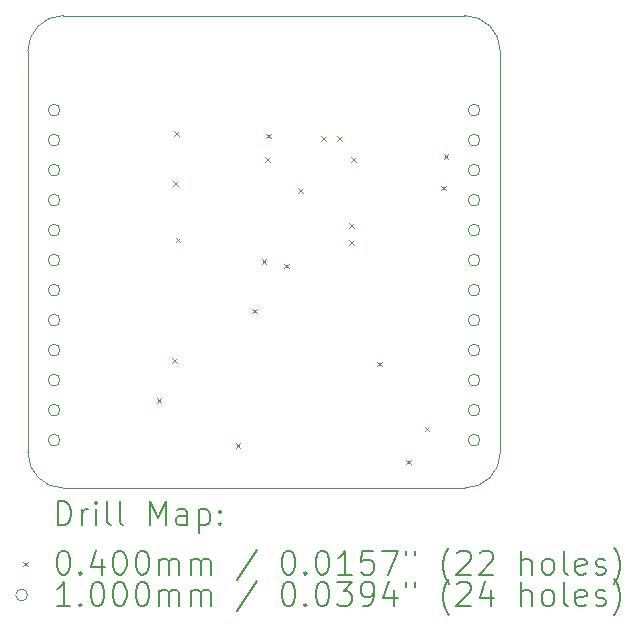
<source format=gbr>
%FSLAX45Y45*%
G04 Gerber Fmt 4.5, Leading zero omitted, Abs format (unit mm)*
G04 Created by KiCad (PCBNEW (6.0.0-0)) date 2022-08-17 21:28:45*
%MOMM*%
%LPD*%
G01*
G04 APERTURE LIST*
%TA.AperFunction,Profile*%
%ADD10C,0.050000*%
%TD*%
%ADD11C,0.200000*%
%ADD12C,0.040000*%
%ADD13C,0.100000*%
G04 APERTURE END LIST*
D10*
X17000000Y-6300000D02*
G75*
G03*
X16700000Y-6000000I-300000J0D01*
G01*
X13000000Y-9700000D02*
X13000000Y-6300000D01*
X13300000Y-6000000D02*
G75*
G03*
X13000000Y-6300000I0J-300000D01*
G01*
X16700000Y-10000000D02*
X13300000Y-10000000D01*
X17000000Y-6300000D02*
X17000000Y-9700000D01*
X13300000Y-6000000D02*
X16700000Y-6000000D01*
X16700000Y-10000000D02*
G75*
G03*
X17000000Y-9700000I0J300000D01*
G01*
X13000000Y-9700000D02*
G75*
G03*
X13300000Y-10000000I300000J0D01*
G01*
D11*
D12*
X14090000Y-9240000D02*
X14130000Y-9280000D01*
X14130000Y-9240000D02*
X14090000Y-9280000D01*
X14220000Y-8900000D02*
X14260000Y-8940000D01*
X14260000Y-8900000D02*
X14220000Y-8940000D01*
X14230000Y-7400000D02*
X14270000Y-7440000D01*
X14270000Y-7400000D02*
X14230000Y-7440000D01*
X14240000Y-6980000D02*
X14280000Y-7020000D01*
X14280000Y-6980000D02*
X14240000Y-7020000D01*
X14250000Y-7880000D02*
X14290000Y-7920000D01*
X14290000Y-7880000D02*
X14250000Y-7920000D01*
X14760000Y-9620000D02*
X14800000Y-9660000D01*
X14800000Y-9620000D02*
X14760000Y-9660000D01*
X14900000Y-8480000D02*
X14940000Y-8520000D01*
X14940000Y-8480000D02*
X14900000Y-8520000D01*
X14980000Y-8060000D02*
X15020000Y-8100000D01*
X15020000Y-8060000D02*
X14980000Y-8100000D01*
X15010000Y-7200000D02*
X15050000Y-7240000D01*
X15050000Y-7200000D02*
X15010000Y-7240000D01*
X15020000Y-7000000D02*
X15060000Y-7040000D01*
X15060000Y-7000000D02*
X15020000Y-7040000D01*
X15170000Y-8100000D02*
X15210000Y-8140000D01*
X15210000Y-8100000D02*
X15170000Y-8140000D01*
X15290000Y-7460000D02*
X15330000Y-7500000D01*
X15330000Y-7460000D02*
X15290000Y-7500000D01*
X15480000Y-7020000D02*
X15520000Y-7060000D01*
X15520000Y-7020000D02*
X15480000Y-7060000D01*
X15620000Y-7020000D02*
X15660000Y-7060000D01*
X15660000Y-7020000D02*
X15620000Y-7060000D01*
X15720000Y-7760000D02*
X15760000Y-7800000D01*
X15760000Y-7760000D02*
X15720000Y-7800000D01*
X15720000Y-7900000D02*
X15760000Y-7940000D01*
X15760000Y-7900000D02*
X15720000Y-7940000D01*
X15740000Y-7200000D02*
X15780000Y-7240000D01*
X15780000Y-7200000D02*
X15740000Y-7240000D01*
X15960000Y-8930000D02*
X16000000Y-8970000D01*
X16000000Y-8930000D02*
X15960000Y-8970000D01*
X16200000Y-9760000D02*
X16240000Y-9800000D01*
X16240000Y-9760000D02*
X16200000Y-9800000D01*
X16360000Y-9480000D02*
X16400000Y-9520000D01*
X16400000Y-9480000D02*
X16360000Y-9520000D01*
X16500000Y-7440000D02*
X16540000Y-7480000D01*
X16540000Y-7440000D02*
X16500000Y-7480000D01*
X16520000Y-7170000D02*
X16560000Y-7210000D01*
X16560000Y-7170000D02*
X16520000Y-7210000D01*
D13*
X13272000Y-6799600D02*
G75*
G03*
X13272000Y-6799600I-50000J0D01*
G01*
X13272000Y-7053600D02*
G75*
G03*
X13272000Y-7053600I-50000J0D01*
G01*
X13272000Y-7307600D02*
G75*
G03*
X13272000Y-7307600I-50000J0D01*
G01*
X13272000Y-7561600D02*
G75*
G03*
X13272000Y-7561600I-50000J0D01*
G01*
X13272000Y-7815600D02*
G75*
G03*
X13272000Y-7815600I-50000J0D01*
G01*
X13272000Y-8069600D02*
G75*
G03*
X13272000Y-8069600I-50000J0D01*
G01*
X13272000Y-8323600D02*
G75*
G03*
X13272000Y-8323600I-50000J0D01*
G01*
X13272000Y-8577600D02*
G75*
G03*
X13272000Y-8577600I-50000J0D01*
G01*
X13272000Y-8831600D02*
G75*
G03*
X13272000Y-8831600I-50000J0D01*
G01*
X13272000Y-9085600D02*
G75*
G03*
X13272000Y-9085600I-50000J0D01*
G01*
X13272000Y-9339600D02*
G75*
G03*
X13272000Y-9339600I-50000J0D01*
G01*
X13272000Y-9593600D02*
G75*
G03*
X13272000Y-9593600I-50000J0D01*
G01*
X16828000Y-6799600D02*
G75*
G03*
X16828000Y-6799600I-50000J0D01*
G01*
X16828000Y-7053600D02*
G75*
G03*
X16828000Y-7053600I-50000J0D01*
G01*
X16828000Y-7307600D02*
G75*
G03*
X16828000Y-7307600I-50000J0D01*
G01*
X16828000Y-7561600D02*
G75*
G03*
X16828000Y-7561600I-50000J0D01*
G01*
X16828000Y-7815600D02*
G75*
G03*
X16828000Y-7815600I-50000J0D01*
G01*
X16828000Y-8069600D02*
G75*
G03*
X16828000Y-8069600I-50000J0D01*
G01*
X16828000Y-8323600D02*
G75*
G03*
X16828000Y-8323600I-50000J0D01*
G01*
X16828000Y-8577600D02*
G75*
G03*
X16828000Y-8577600I-50000J0D01*
G01*
X16828000Y-8831600D02*
G75*
G03*
X16828000Y-8831600I-50000J0D01*
G01*
X16828000Y-9085600D02*
G75*
G03*
X16828000Y-9085600I-50000J0D01*
G01*
X16828000Y-9339600D02*
G75*
G03*
X16828000Y-9339600I-50000J0D01*
G01*
X16828000Y-9593600D02*
G75*
G03*
X16828000Y-9593600I-50000J0D01*
G01*
D11*
X13255119Y-10312976D02*
X13255119Y-10112976D01*
X13302738Y-10112976D01*
X13331309Y-10122500D01*
X13350357Y-10141548D01*
X13359881Y-10160595D01*
X13369405Y-10198690D01*
X13369405Y-10227262D01*
X13359881Y-10265357D01*
X13350357Y-10284405D01*
X13331309Y-10303452D01*
X13302738Y-10312976D01*
X13255119Y-10312976D01*
X13455119Y-10312976D02*
X13455119Y-10179643D01*
X13455119Y-10217738D02*
X13464643Y-10198690D01*
X13474167Y-10189167D01*
X13493214Y-10179643D01*
X13512262Y-10179643D01*
X13578928Y-10312976D02*
X13578928Y-10179643D01*
X13578928Y-10112976D02*
X13569405Y-10122500D01*
X13578928Y-10132024D01*
X13588452Y-10122500D01*
X13578928Y-10112976D01*
X13578928Y-10132024D01*
X13702738Y-10312976D02*
X13683690Y-10303452D01*
X13674167Y-10284405D01*
X13674167Y-10112976D01*
X13807500Y-10312976D02*
X13788452Y-10303452D01*
X13778928Y-10284405D01*
X13778928Y-10112976D01*
X14036071Y-10312976D02*
X14036071Y-10112976D01*
X14102738Y-10255833D01*
X14169405Y-10112976D01*
X14169405Y-10312976D01*
X14350357Y-10312976D02*
X14350357Y-10208214D01*
X14340833Y-10189167D01*
X14321786Y-10179643D01*
X14283690Y-10179643D01*
X14264643Y-10189167D01*
X14350357Y-10303452D02*
X14331309Y-10312976D01*
X14283690Y-10312976D01*
X14264643Y-10303452D01*
X14255119Y-10284405D01*
X14255119Y-10265357D01*
X14264643Y-10246310D01*
X14283690Y-10236786D01*
X14331309Y-10236786D01*
X14350357Y-10227262D01*
X14445595Y-10179643D02*
X14445595Y-10379643D01*
X14445595Y-10189167D02*
X14464643Y-10179643D01*
X14502738Y-10179643D01*
X14521786Y-10189167D01*
X14531309Y-10198690D01*
X14540833Y-10217738D01*
X14540833Y-10274881D01*
X14531309Y-10293929D01*
X14521786Y-10303452D01*
X14502738Y-10312976D01*
X14464643Y-10312976D01*
X14445595Y-10303452D01*
X14626548Y-10293929D02*
X14636071Y-10303452D01*
X14626548Y-10312976D01*
X14617024Y-10303452D01*
X14626548Y-10293929D01*
X14626548Y-10312976D01*
X14626548Y-10189167D02*
X14636071Y-10198690D01*
X14626548Y-10208214D01*
X14617024Y-10198690D01*
X14626548Y-10189167D01*
X14626548Y-10208214D01*
D12*
X12957500Y-10622500D02*
X12997500Y-10662500D01*
X12997500Y-10622500D02*
X12957500Y-10662500D01*
D11*
X13293214Y-10532976D02*
X13312262Y-10532976D01*
X13331309Y-10542500D01*
X13340833Y-10552024D01*
X13350357Y-10571071D01*
X13359881Y-10609167D01*
X13359881Y-10656786D01*
X13350357Y-10694881D01*
X13340833Y-10713929D01*
X13331309Y-10723452D01*
X13312262Y-10732976D01*
X13293214Y-10732976D01*
X13274167Y-10723452D01*
X13264643Y-10713929D01*
X13255119Y-10694881D01*
X13245595Y-10656786D01*
X13245595Y-10609167D01*
X13255119Y-10571071D01*
X13264643Y-10552024D01*
X13274167Y-10542500D01*
X13293214Y-10532976D01*
X13445595Y-10713929D02*
X13455119Y-10723452D01*
X13445595Y-10732976D01*
X13436071Y-10723452D01*
X13445595Y-10713929D01*
X13445595Y-10732976D01*
X13626548Y-10599643D02*
X13626548Y-10732976D01*
X13578928Y-10523452D02*
X13531309Y-10666310D01*
X13655119Y-10666310D01*
X13769405Y-10532976D02*
X13788452Y-10532976D01*
X13807500Y-10542500D01*
X13817024Y-10552024D01*
X13826548Y-10571071D01*
X13836071Y-10609167D01*
X13836071Y-10656786D01*
X13826548Y-10694881D01*
X13817024Y-10713929D01*
X13807500Y-10723452D01*
X13788452Y-10732976D01*
X13769405Y-10732976D01*
X13750357Y-10723452D01*
X13740833Y-10713929D01*
X13731309Y-10694881D01*
X13721786Y-10656786D01*
X13721786Y-10609167D01*
X13731309Y-10571071D01*
X13740833Y-10552024D01*
X13750357Y-10542500D01*
X13769405Y-10532976D01*
X13959881Y-10532976D02*
X13978928Y-10532976D01*
X13997976Y-10542500D01*
X14007500Y-10552024D01*
X14017024Y-10571071D01*
X14026548Y-10609167D01*
X14026548Y-10656786D01*
X14017024Y-10694881D01*
X14007500Y-10713929D01*
X13997976Y-10723452D01*
X13978928Y-10732976D01*
X13959881Y-10732976D01*
X13940833Y-10723452D01*
X13931309Y-10713929D01*
X13921786Y-10694881D01*
X13912262Y-10656786D01*
X13912262Y-10609167D01*
X13921786Y-10571071D01*
X13931309Y-10552024D01*
X13940833Y-10542500D01*
X13959881Y-10532976D01*
X14112262Y-10732976D02*
X14112262Y-10599643D01*
X14112262Y-10618690D02*
X14121786Y-10609167D01*
X14140833Y-10599643D01*
X14169405Y-10599643D01*
X14188452Y-10609167D01*
X14197976Y-10628214D01*
X14197976Y-10732976D01*
X14197976Y-10628214D02*
X14207500Y-10609167D01*
X14226548Y-10599643D01*
X14255119Y-10599643D01*
X14274167Y-10609167D01*
X14283690Y-10628214D01*
X14283690Y-10732976D01*
X14378928Y-10732976D02*
X14378928Y-10599643D01*
X14378928Y-10618690D02*
X14388452Y-10609167D01*
X14407500Y-10599643D01*
X14436071Y-10599643D01*
X14455119Y-10609167D01*
X14464643Y-10628214D01*
X14464643Y-10732976D01*
X14464643Y-10628214D02*
X14474167Y-10609167D01*
X14493214Y-10599643D01*
X14521786Y-10599643D01*
X14540833Y-10609167D01*
X14550357Y-10628214D01*
X14550357Y-10732976D01*
X14940833Y-10523452D02*
X14769405Y-10780595D01*
X15197976Y-10532976D02*
X15217024Y-10532976D01*
X15236071Y-10542500D01*
X15245595Y-10552024D01*
X15255119Y-10571071D01*
X15264643Y-10609167D01*
X15264643Y-10656786D01*
X15255119Y-10694881D01*
X15245595Y-10713929D01*
X15236071Y-10723452D01*
X15217024Y-10732976D01*
X15197976Y-10732976D01*
X15178928Y-10723452D01*
X15169405Y-10713929D01*
X15159881Y-10694881D01*
X15150357Y-10656786D01*
X15150357Y-10609167D01*
X15159881Y-10571071D01*
X15169405Y-10552024D01*
X15178928Y-10542500D01*
X15197976Y-10532976D01*
X15350357Y-10713929D02*
X15359881Y-10723452D01*
X15350357Y-10732976D01*
X15340833Y-10723452D01*
X15350357Y-10713929D01*
X15350357Y-10732976D01*
X15483690Y-10532976D02*
X15502738Y-10532976D01*
X15521786Y-10542500D01*
X15531309Y-10552024D01*
X15540833Y-10571071D01*
X15550357Y-10609167D01*
X15550357Y-10656786D01*
X15540833Y-10694881D01*
X15531309Y-10713929D01*
X15521786Y-10723452D01*
X15502738Y-10732976D01*
X15483690Y-10732976D01*
X15464643Y-10723452D01*
X15455119Y-10713929D01*
X15445595Y-10694881D01*
X15436071Y-10656786D01*
X15436071Y-10609167D01*
X15445595Y-10571071D01*
X15455119Y-10552024D01*
X15464643Y-10542500D01*
X15483690Y-10532976D01*
X15740833Y-10732976D02*
X15626548Y-10732976D01*
X15683690Y-10732976D02*
X15683690Y-10532976D01*
X15664643Y-10561548D01*
X15645595Y-10580595D01*
X15626548Y-10590119D01*
X15921786Y-10532976D02*
X15826548Y-10532976D01*
X15817024Y-10628214D01*
X15826548Y-10618690D01*
X15845595Y-10609167D01*
X15893214Y-10609167D01*
X15912262Y-10618690D01*
X15921786Y-10628214D01*
X15931309Y-10647262D01*
X15931309Y-10694881D01*
X15921786Y-10713929D01*
X15912262Y-10723452D01*
X15893214Y-10732976D01*
X15845595Y-10732976D01*
X15826548Y-10723452D01*
X15817024Y-10713929D01*
X15997976Y-10532976D02*
X16131309Y-10532976D01*
X16045595Y-10732976D01*
X16197976Y-10532976D02*
X16197976Y-10571071D01*
X16274167Y-10532976D02*
X16274167Y-10571071D01*
X16569405Y-10809167D02*
X16559881Y-10799643D01*
X16540833Y-10771071D01*
X16531309Y-10752024D01*
X16521786Y-10723452D01*
X16512262Y-10675833D01*
X16512262Y-10637738D01*
X16521786Y-10590119D01*
X16531309Y-10561548D01*
X16540833Y-10542500D01*
X16559881Y-10513929D01*
X16569405Y-10504405D01*
X16636071Y-10552024D02*
X16645595Y-10542500D01*
X16664643Y-10532976D01*
X16712262Y-10532976D01*
X16731309Y-10542500D01*
X16740833Y-10552024D01*
X16750357Y-10571071D01*
X16750357Y-10590119D01*
X16740833Y-10618690D01*
X16626548Y-10732976D01*
X16750357Y-10732976D01*
X16826548Y-10552024D02*
X16836071Y-10542500D01*
X16855119Y-10532976D01*
X16902738Y-10532976D01*
X16921786Y-10542500D01*
X16931310Y-10552024D01*
X16940833Y-10571071D01*
X16940833Y-10590119D01*
X16931310Y-10618690D01*
X16817024Y-10732976D01*
X16940833Y-10732976D01*
X17178929Y-10732976D02*
X17178929Y-10532976D01*
X17264643Y-10732976D02*
X17264643Y-10628214D01*
X17255119Y-10609167D01*
X17236071Y-10599643D01*
X17207500Y-10599643D01*
X17188452Y-10609167D01*
X17178929Y-10618690D01*
X17388452Y-10732976D02*
X17369405Y-10723452D01*
X17359881Y-10713929D01*
X17350357Y-10694881D01*
X17350357Y-10637738D01*
X17359881Y-10618690D01*
X17369405Y-10609167D01*
X17388452Y-10599643D01*
X17417024Y-10599643D01*
X17436071Y-10609167D01*
X17445595Y-10618690D01*
X17455119Y-10637738D01*
X17455119Y-10694881D01*
X17445595Y-10713929D01*
X17436071Y-10723452D01*
X17417024Y-10732976D01*
X17388452Y-10732976D01*
X17569405Y-10732976D02*
X17550357Y-10723452D01*
X17540833Y-10704405D01*
X17540833Y-10532976D01*
X17721786Y-10723452D02*
X17702738Y-10732976D01*
X17664643Y-10732976D01*
X17645595Y-10723452D01*
X17636071Y-10704405D01*
X17636071Y-10628214D01*
X17645595Y-10609167D01*
X17664643Y-10599643D01*
X17702738Y-10599643D01*
X17721786Y-10609167D01*
X17731310Y-10628214D01*
X17731310Y-10647262D01*
X17636071Y-10666310D01*
X17807500Y-10723452D02*
X17826548Y-10732976D01*
X17864643Y-10732976D01*
X17883690Y-10723452D01*
X17893214Y-10704405D01*
X17893214Y-10694881D01*
X17883690Y-10675833D01*
X17864643Y-10666310D01*
X17836071Y-10666310D01*
X17817024Y-10656786D01*
X17807500Y-10637738D01*
X17807500Y-10628214D01*
X17817024Y-10609167D01*
X17836071Y-10599643D01*
X17864643Y-10599643D01*
X17883690Y-10609167D01*
X17959881Y-10809167D02*
X17969405Y-10799643D01*
X17988452Y-10771071D01*
X17997976Y-10752024D01*
X18007500Y-10723452D01*
X18017024Y-10675833D01*
X18017024Y-10637738D01*
X18007500Y-10590119D01*
X17997976Y-10561548D01*
X17988452Y-10542500D01*
X17969405Y-10513929D01*
X17959881Y-10504405D01*
D13*
X12997500Y-10906500D02*
G75*
G03*
X12997500Y-10906500I-50000J0D01*
G01*
D11*
X13359881Y-10996976D02*
X13245595Y-10996976D01*
X13302738Y-10996976D02*
X13302738Y-10796976D01*
X13283690Y-10825548D01*
X13264643Y-10844595D01*
X13245595Y-10854119D01*
X13445595Y-10977929D02*
X13455119Y-10987452D01*
X13445595Y-10996976D01*
X13436071Y-10987452D01*
X13445595Y-10977929D01*
X13445595Y-10996976D01*
X13578928Y-10796976D02*
X13597976Y-10796976D01*
X13617024Y-10806500D01*
X13626548Y-10816024D01*
X13636071Y-10835071D01*
X13645595Y-10873167D01*
X13645595Y-10920786D01*
X13636071Y-10958881D01*
X13626548Y-10977929D01*
X13617024Y-10987452D01*
X13597976Y-10996976D01*
X13578928Y-10996976D01*
X13559881Y-10987452D01*
X13550357Y-10977929D01*
X13540833Y-10958881D01*
X13531309Y-10920786D01*
X13531309Y-10873167D01*
X13540833Y-10835071D01*
X13550357Y-10816024D01*
X13559881Y-10806500D01*
X13578928Y-10796976D01*
X13769405Y-10796976D02*
X13788452Y-10796976D01*
X13807500Y-10806500D01*
X13817024Y-10816024D01*
X13826548Y-10835071D01*
X13836071Y-10873167D01*
X13836071Y-10920786D01*
X13826548Y-10958881D01*
X13817024Y-10977929D01*
X13807500Y-10987452D01*
X13788452Y-10996976D01*
X13769405Y-10996976D01*
X13750357Y-10987452D01*
X13740833Y-10977929D01*
X13731309Y-10958881D01*
X13721786Y-10920786D01*
X13721786Y-10873167D01*
X13731309Y-10835071D01*
X13740833Y-10816024D01*
X13750357Y-10806500D01*
X13769405Y-10796976D01*
X13959881Y-10796976D02*
X13978928Y-10796976D01*
X13997976Y-10806500D01*
X14007500Y-10816024D01*
X14017024Y-10835071D01*
X14026548Y-10873167D01*
X14026548Y-10920786D01*
X14017024Y-10958881D01*
X14007500Y-10977929D01*
X13997976Y-10987452D01*
X13978928Y-10996976D01*
X13959881Y-10996976D01*
X13940833Y-10987452D01*
X13931309Y-10977929D01*
X13921786Y-10958881D01*
X13912262Y-10920786D01*
X13912262Y-10873167D01*
X13921786Y-10835071D01*
X13931309Y-10816024D01*
X13940833Y-10806500D01*
X13959881Y-10796976D01*
X14112262Y-10996976D02*
X14112262Y-10863643D01*
X14112262Y-10882690D02*
X14121786Y-10873167D01*
X14140833Y-10863643D01*
X14169405Y-10863643D01*
X14188452Y-10873167D01*
X14197976Y-10892214D01*
X14197976Y-10996976D01*
X14197976Y-10892214D02*
X14207500Y-10873167D01*
X14226548Y-10863643D01*
X14255119Y-10863643D01*
X14274167Y-10873167D01*
X14283690Y-10892214D01*
X14283690Y-10996976D01*
X14378928Y-10996976D02*
X14378928Y-10863643D01*
X14378928Y-10882690D02*
X14388452Y-10873167D01*
X14407500Y-10863643D01*
X14436071Y-10863643D01*
X14455119Y-10873167D01*
X14464643Y-10892214D01*
X14464643Y-10996976D01*
X14464643Y-10892214D02*
X14474167Y-10873167D01*
X14493214Y-10863643D01*
X14521786Y-10863643D01*
X14540833Y-10873167D01*
X14550357Y-10892214D01*
X14550357Y-10996976D01*
X14940833Y-10787452D02*
X14769405Y-11044595D01*
X15197976Y-10796976D02*
X15217024Y-10796976D01*
X15236071Y-10806500D01*
X15245595Y-10816024D01*
X15255119Y-10835071D01*
X15264643Y-10873167D01*
X15264643Y-10920786D01*
X15255119Y-10958881D01*
X15245595Y-10977929D01*
X15236071Y-10987452D01*
X15217024Y-10996976D01*
X15197976Y-10996976D01*
X15178928Y-10987452D01*
X15169405Y-10977929D01*
X15159881Y-10958881D01*
X15150357Y-10920786D01*
X15150357Y-10873167D01*
X15159881Y-10835071D01*
X15169405Y-10816024D01*
X15178928Y-10806500D01*
X15197976Y-10796976D01*
X15350357Y-10977929D02*
X15359881Y-10987452D01*
X15350357Y-10996976D01*
X15340833Y-10987452D01*
X15350357Y-10977929D01*
X15350357Y-10996976D01*
X15483690Y-10796976D02*
X15502738Y-10796976D01*
X15521786Y-10806500D01*
X15531309Y-10816024D01*
X15540833Y-10835071D01*
X15550357Y-10873167D01*
X15550357Y-10920786D01*
X15540833Y-10958881D01*
X15531309Y-10977929D01*
X15521786Y-10987452D01*
X15502738Y-10996976D01*
X15483690Y-10996976D01*
X15464643Y-10987452D01*
X15455119Y-10977929D01*
X15445595Y-10958881D01*
X15436071Y-10920786D01*
X15436071Y-10873167D01*
X15445595Y-10835071D01*
X15455119Y-10816024D01*
X15464643Y-10806500D01*
X15483690Y-10796976D01*
X15617024Y-10796976D02*
X15740833Y-10796976D01*
X15674167Y-10873167D01*
X15702738Y-10873167D01*
X15721786Y-10882690D01*
X15731309Y-10892214D01*
X15740833Y-10911262D01*
X15740833Y-10958881D01*
X15731309Y-10977929D01*
X15721786Y-10987452D01*
X15702738Y-10996976D01*
X15645595Y-10996976D01*
X15626548Y-10987452D01*
X15617024Y-10977929D01*
X15836071Y-10996976D02*
X15874167Y-10996976D01*
X15893214Y-10987452D01*
X15902738Y-10977929D01*
X15921786Y-10949357D01*
X15931309Y-10911262D01*
X15931309Y-10835071D01*
X15921786Y-10816024D01*
X15912262Y-10806500D01*
X15893214Y-10796976D01*
X15855119Y-10796976D01*
X15836071Y-10806500D01*
X15826548Y-10816024D01*
X15817024Y-10835071D01*
X15817024Y-10882690D01*
X15826548Y-10901738D01*
X15836071Y-10911262D01*
X15855119Y-10920786D01*
X15893214Y-10920786D01*
X15912262Y-10911262D01*
X15921786Y-10901738D01*
X15931309Y-10882690D01*
X16102738Y-10863643D02*
X16102738Y-10996976D01*
X16055119Y-10787452D02*
X16007500Y-10930310D01*
X16131309Y-10930310D01*
X16197976Y-10796976D02*
X16197976Y-10835071D01*
X16274167Y-10796976D02*
X16274167Y-10835071D01*
X16569405Y-11073167D02*
X16559881Y-11063643D01*
X16540833Y-11035071D01*
X16531309Y-11016024D01*
X16521786Y-10987452D01*
X16512262Y-10939833D01*
X16512262Y-10901738D01*
X16521786Y-10854119D01*
X16531309Y-10825548D01*
X16540833Y-10806500D01*
X16559881Y-10777929D01*
X16569405Y-10768405D01*
X16636071Y-10816024D02*
X16645595Y-10806500D01*
X16664643Y-10796976D01*
X16712262Y-10796976D01*
X16731309Y-10806500D01*
X16740833Y-10816024D01*
X16750357Y-10835071D01*
X16750357Y-10854119D01*
X16740833Y-10882690D01*
X16626548Y-10996976D01*
X16750357Y-10996976D01*
X16921786Y-10863643D02*
X16921786Y-10996976D01*
X16874167Y-10787452D02*
X16826548Y-10930310D01*
X16950357Y-10930310D01*
X17178929Y-10996976D02*
X17178929Y-10796976D01*
X17264643Y-10996976D02*
X17264643Y-10892214D01*
X17255119Y-10873167D01*
X17236071Y-10863643D01*
X17207500Y-10863643D01*
X17188452Y-10873167D01*
X17178929Y-10882690D01*
X17388452Y-10996976D02*
X17369405Y-10987452D01*
X17359881Y-10977929D01*
X17350357Y-10958881D01*
X17350357Y-10901738D01*
X17359881Y-10882690D01*
X17369405Y-10873167D01*
X17388452Y-10863643D01*
X17417024Y-10863643D01*
X17436071Y-10873167D01*
X17445595Y-10882690D01*
X17455119Y-10901738D01*
X17455119Y-10958881D01*
X17445595Y-10977929D01*
X17436071Y-10987452D01*
X17417024Y-10996976D01*
X17388452Y-10996976D01*
X17569405Y-10996976D02*
X17550357Y-10987452D01*
X17540833Y-10968405D01*
X17540833Y-10796976D01*
X17721786Y-10987452D02*
X17702738Y-10996976D01*
X17664643Y-10996976D01*
X17645595Y-10987452D01*
X17636071Y-10968405D01*
X17636071Y-10892214D01*
X17645595Y-10873167D01*
X17664643Y-10863643D01*
X17702738Y-10863643D01*
X17721786Y-10873167D01*
X17731310Y-10892214D01*
X17731310Y-10911262D01*
X17636071Y-10930310D01*
X17807500Y-10987452D02*
X17826548Y-10996976D01*
X17864643Y-10996976D01*
X17883690Y-10987452D01*
X17893214Y-10968405D01*
X17893214Y-10958881D01*
X17883690Y-10939833D01*
X17864643Y-10930310D01*
X17836071Y-10930310D01*
X17817024Y-10920786D01*
X17807500Y-10901738D01*
X17807500Y-10892214D01*
X17817024Y-10873167D01*
X17836071Y-10863643D01*
X17864643Y-10863643D01*
X17883690Y-10873167D01*
X17959881Y-11073167D02*
X17969405Y-11063643D01*
X17988452Y-11035071D01*
X17997976Y-11016024D01*
X18007500Y-10987452D01*
X18017024Y-10939833D01*
X18017024Y-10901738D01*
X18007500Y-10854119D01*
X17997976Y-10825548D01*
X17988452Y-10806500D01*
X17969405Y-10777929D01*
X17959881Y-10768405D01*
M02*

</source>
